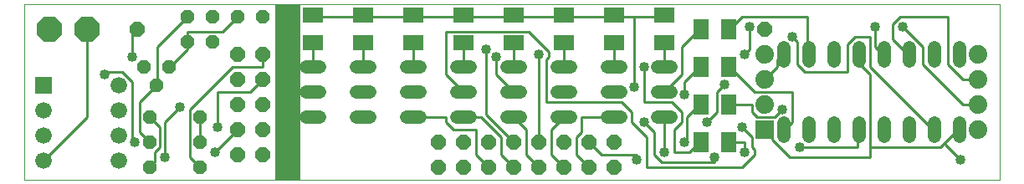
<source format=gtl>
G75*
%MOIN*%
%OFA0B0*%
%FSLAX24Y24*%
%IPPOS*%
%LPD*%
%AMOC8*
5,1,8,0,0,1.08239X$1,22.5*
%
%ADD10C,0.0000*%
%ADD11R,0.1000X0.7000*%
%ADD12R,0.0660X0.0660*%
%ADD13C,0.0660*%
%ADD14OC8,0.0520*%
%ADD15OC8,0.1000*%
%ADD16OC8,0.0600*%
%ADD17C,0.0740*%
%ADD18R,0.0740X0.0740*%
%ADD19C,0.0520*%
%ADD20R,0.0630X0.0787*%
%ADD21R,0.0787X0.0630*%
%ADD22C,0.0100*%
%ADD23C,0.0400*%
D10*
X000100Y000130D02*
X000100Y007126D01*
X038970Y007126D01*
X038970Y000130D01*
X000100Y000130D01*
D11*
X010600Y003630D03*
D12*
X000850Y003880D03*
D13*
X003850Y003880D03*
X003850Y002880D03*
X000850Y002880D03*
X000850Y001880D03*
X003850Y001880D03*
X003850Y000880D03*
X000850Y000880D03*
D14*
X005100Y000630D03*
X007100Y000630D03*
X007100Y001630D03*
X005100Y001630D03*
X005100Y002630D03*
X007100Y002630D03*
X005350Y003880D03*
X004850Y004630D03*
X005850Y004630D03*
X006600Y005630D03*
X007600Y005630D03*
X007600Y006630D03*
X006600Y006630D03*
X008600Y006630D03*
X009600Y006630D03*
D15*
X002600Y006130D03*
X001100Y006130D03*
D16*
X004600Y006130D03*
X008600Y005130D03*
X009600Y005130D03*
X009600Y004130D03*
X008600Y004130D03*
X008600Y003130D03*
X009600Y003130D03*
X009600Y002130D03*
X008600Y002130D03*
X008600Y001130D03*
X009600Y001130D03*
X016600Y000630D03*
X017600Y000630D03*
X018600Y000630D03*
X019600Y000630D03*
X020600Y000630D03*
X021600Y000630D03*
X022600Y000630D03*
X023600Y000630D03*
X023600Y001630D03*
X022600Y001630D03*
X021600Y001630D03*
X020600Y001630D03*
X019600Y001630D03*
X018600Y001630D03*
X017600Y001630D03*
X016600Y001630D03*
X029600Y006130D03*
D17*
X029600Y005130D03*
X029600Y004130D03*
X029600Y003130D03*
X038100Y003130D03*
X038100Y002130D03*
X038100Y004130D03*
X038100Y005130D03*
D18*
X029600Y002130D03*
D19*
X030350Y001870D02*
X030350Y002390D01*
X031350Y002390D02*
X031350Y001870D01*
X032350Y001870D02*
X032350Y002390D01*
X033350Y002390D02*
X033350Y001870D01*
X034350Y001870D02*
X034350Y002390D01*
X035350Y002390D02*
X035350Y001870D01*
X036350Y001870D02*
X036350Y002390D01*
X037350Y002390D02*
X037350Y001870D01*
X025860Y002630D02*
X025340Y002630D01*
X023860Y002630D02*
X023340Y002630D01*
X021860Y002630D02*
X021340Y002630D01*
X019860Y002630D02*
X019340Y002630D01*
X017860Y002630D02*
X017340Y002630D01*
X015860Y002630D02*
X015340Y002630D01*
X013860Y002630D02*
X013340Y002630D01*
X011860Y002630D02*
X011340Y002630D01*
X011340Y003630D02*
X011860Y003630D01*
X013340Y003630D02*
X013860Y003630D01*
X015340Y003630D02*
X015860Y003630D01*
X017340Y003630D02*
X017860Y003630D01*
X019340Y003630D02*
X019860Y003630D01*
X021340Y003630D02*
X021860Y003630D01*
X023340Y003630D02*
X023860Y003630D01*
X025340Y003630D02*
X025860Y003630D01*
X025860Y004630D02*
X025340Y004630D01*
X023860Y004630D02*
X023340Y004630D01*
X021860Y004630D02*
X021340Y004630D01*
X019860Y004630D02*
X019340Y004630D01*
X017860Y004630D02*
X017340Y004630D01*
X015860Y004630D02*
X015340Y004630D01*
X013860Y004630D02*
X013340Y004630D01*
X011860Y004630D02*
X011340Y004630D01*
X030350Y004870D02*
X030350Y005390D01*
X031350Y005390D02*
X031350Y004870D01*
X032350Y004870D02*
X032350Y005390D01*
X033350Y005390D02*
X033350Y004870D01*
X034350Y004870D02*
X034350Y005390D01*
X035350Y005390D02*
X035350Y004870D01*
X036350Y004870D02*
X036350Y005390D01*
X037350Y005390D02*
X037350Y004870D01*
D20*
X028151Y004630D03*
X027049Y004630D03*
X027049Y006130D03*
X028151Y006130D03*
X028151Y003130D03*
X027049Y003130D03*
X027049Y001630D03*
X028151Y001630D03*
D21*
X025600Y005579D03*
X023600Y005579D03*
X021600Y005579D03*
X019600Y005579D03*
X017600Y005579D03*
X015600Y005579D03*
X013600Y005579D03*
X011600Y005579D03*
X011600Y006681D03*
X013600Y006681D03*
X015600Y006681D03*
X017600Y006681D03*
X019600Y006681D03*
X021600Y006681D03*
X023600Y006681D03*
X025600Y006681D03*
D22*
X025600Y006630D01*
X024400Y006630D01*
X024400Y003830D01*
X025600Y003630D02*
X026300Y004330D01*
X026300Y005430D01*
X027000Y006130D01*
X027049Y006130D01*
X028151Y006130D02*
X028200Y006130D01*
X028700Y006630D01*
X031300Y006630D01*
X031300Y005130D01*
X031350Y005130D01*
X030350Y005130D02*
X030300Y005130D01*
X030100Y004930D01*
X030100Y004630D01*
X029600Y004130D01*
X030900Y004730D02*
X031200Y004430D01*
X032900Y004430D01*
X032900Y005530D01*
X033200Y005830D01*
X033800Y005830D01*
X033800Y004630D01*
X036300Y002130D01*
X036350Y002130D01*
X036800Y001630D02*
X037300Y002130D01*
X037350Y002130D01*
X036800Y001630D02*
X036800Y001530D01*
X037400Y000930D01*
X036800Y001630D02*
X036600Y001430D01*
X033800Y001430D01*
X033800Y001030D01*
X030600Y001030D01*
X029900Y001730D01*
X029900Y001830D01*
X029600Y002130D01*
X029100Y001830D02*
X028700Y002230D01*
X027700Y002830D02*
X027300Y002430D01*
X027000Y003130D02*
X026500Y002630D01*
X026500Y001730D01*
X026400Y001630D01*
X026600Y001230D02*
X027000Y001630D01*
X027049Y001630D01*
X028151Y001630D02*
X028800Y001630D01*
X028800Y001230D01*
X029100Y001430D02*
X029200Y001330D01*
X029200Y001130D01*
X028700Y000630D01*
X024900Y000630D01*
X024900Y001830D01*
X024300Y002430D01*
X024300Y002830D01*
X023900Y003230D01*
X020900Y003230D01*
X020900Y004930D01*
X021000Y005030D01*
X021000Y005230D01*
X020200Y006030D01*
X016900Y006030D01*
X016900Y004330D01*
X017600Y003630D01*
X018900Y004330D02*
X019600Y003630D01*
X018900Y004330D02*
X018900Y005030D01*
X018500Y005330D02*
X018500Y002730D01*
X019600Y001630D01*
X020600Y001630D02*
X020600Y005130D01*
X019600Y005579D02*
X019600Y004630D01*
X017600Y004630D02*
X017600Y005579D01*
X015600Y005579D02*
X015600Y004630D01*
X013600Y004630D02*
X013600Y005579D01*
X011600Y005579D02*
X011600Y004630D01*
X009600Y004630D02*
X009600Y005130D01*
X009600Y004630D02*
X008400Y004630D01*
X006700Y002930D01*
X006700Y001030D01*
X007100Y000630D01*
X005700Y001030D02*
X005700Y002430D01*
X006300Y003030D01*
X005350Y003880D02*
X004700Y003230D01*
X004700Y002030D01*
X005100Y001630D01*
X004500Y001630D02*
X004400Y001730D01*
X004400Y004030D01*
X004000Y004430D01*
X003300Y004430D01*
X003300Y004330D01*
X005350Y003880D02*
X005400Y003930D01*
X005400Y005430D01*
X006600Y006630D01*
X008000Y006030D02*
X008600Y006630D01*
X011600Y006630D02*
X011600Y006681D01*
X011600Y006630D02*
X013600Y006630D01*
X013600Y006681D01*
X013600Y006630D02*
X015600Y006630D01*
X015600Y006681D01*
X015600Y006630D02*
X017600Y006630D01*
X017600Y006681D01*
X017600Y006630D02*
X019600Y006630D01*
X019600Y006681D01*
X019600Y006630D02*
X021600Y006630D01*
X021600Y006681D01*
X021600Y006630D02*
X023600Y006630D01*
X023600Y006681D01*
X023600Y006630D02*
X024400Y006630D01*
X029000Y006230D02*
X029000Y005330D01*
X028800Y005130D01*
X028200Y004630D02*
X028151Y004630D01*
X028200Y004630D02*
X029200Y003630D01*
X030700Y003630D01*
X030700Y002430D01*
X030400Y002130D01*
X030350Y002130D01*
X029100Y001830D02*
X029100Y001430D01*
X027600Y001030D02*
X027600Y000830D01*
X025500Y000830D01*
X025200Y001130D01*
X025200Y002030D01*
X024800Y002430D01*
X025600Y002630D02*
X025600Y001230D01*
X026000Y001230D02*
X026000Y002130D01*
X026300Y002430D01*
X026300Y002830D01*
X025900Y003230D01*
X024800Y003230D01*
X024800Y004630D01*
X025600Y004630D02*
X025600Y005579D01*
X023600Y005579D02*
X023600Y004630D01*
X021600Y004630D02*
X021600Y005579D01*
X026400Y004030D02*
X027000Y004630D01*
X027049Y004630D01*
X026400Y004030D02*
X026400Y003530D01*
X027700Y003630D02*
X028000Y003930D01*
X027700Y003630D02*
X027700Y002830D01*
X028151Y003130D02*
X029100Y003130D01*
X029100Y002830D01*
X029300Y002630D01*
X030000Y002630D01*
X030300Y002930D01*
X027049Y003130D02*
X027000Y003130D01*
X023600Y002630D02*
X022300Y002630D01*
X022300Y002030D01*
X022100Y001830D01*
X022100Y001130D01*
X022600Y000630D01*
X021600Y000630D02*
X021100Y001130D01*
X021100Y002130D01*
X021600Y002630D01*
X020100Y002130D02*
X019600Y002630D01*
X019100Y001830D02*
X018300Y002630D01*
X017600Y002630D01*
X017200Y002130D02*
X016900Y002430D01*
X016900Y002630D01*
X015600Y002630D01*
X017200Y002130D02*
X018100Y002130D01*
X018100Y001130D01*
X018600Y000630D01*
X019100Y001130D02*
X019600Y000630D01*
X020100Y001130D02*
X020600Y000630D01*
X020100Y001130D02*
X020100Y002130D01*
X019100Y001830D02*
X019100Y001130D01*
X022600Y001630D02*
X023100Y001130D01*
X024500Y001130D01*
X024500Y000930D01*
X026000Y001230D02*
X026600Y001230D01*
X031000Y001430D02*
X033300Y001430D01*
X033300Y002130D01*
X033350Y002130D01*
X033800Y001430D02*
X033800Y004330D01*
X033400Y004730D01*
X033400Y005130D01*
X033350Y005130D01*
X034000Y005430D02*
X034300Y005130D01*
X034350Y005130D01*
X034700Y005730D02*
X035300Y005130D01*
X035350Y005130D01*
X035900Y005430D02*
X035900Y004730D01*
X037500Y003130D01*
X038100Y003130D01*
X038100Y004130D02*
X037500Y004130D01*
X036900Y004730D01*
X036900Y006630D01*
X035000Y006630D01*
X034700Y006330D01*
X034700Y005730D01*
X035100Y006230D02*
X035900Y005430D01*
X034000Y005430D02*
X034000Y006230D01*
X030900Y005630D02*
X030900Y004730D01*
X030900Y005630D02*
X030700Y005830D01*
X009600Y004130D02*
X009100Y003630D01*
X007800Y003630D01*
X007800Y002230D01*
X008600Y002130D02*
X007700Y001230D01*
X007100Y001630D02*
X007100Y002630D01*
X005500Y002230D02*
X005100Y002630D01*
X005500Y002230D02*
X005500Y001430D01*
X005300Y001230D01*
X005300Y000830D01*
X005100Y000630D01*
X002600Y002630D02*
X000850Y000880D01*
X002600Y002630D02*
X002600Y006130D01*
X004400Y005930D02*
X004400Y005030D01*
X005850Y004630D02*
X005900Y004630D01*
X006600Y005330D01*
X006600Y005630D01*
X006600Y006030D01*
X008000Y006030D01*
X004600Y006130D02*
X004400Y005930D01*
D23*
X004400Y005030D03*
X003300Y004330D03*
X006300Y003030D03*
X007800Y002230D03*
X004500Y001630D03*
X005700Y001030D03*
X007700Y001230D03*
X024500Y000930D03*
X025600Y001230D03*
X026400Y001630D03*
X028800Y001230D03*
X027600Y001030D03*
X031000Y001430D03*
X028700Y002230D03*
X027300Y002430D03*
X024800Y002430D03*
X026400Y003530D03*
X028000Y003930D03*
X024400Y003830D03*
X024800Y004630D03*
X028800Y005130D03*
X030700Y005830D03*
X029000Y006230D03*
X034000Y006230D03*
X035100Y006230D03*
X020600Y005130D03*
X018900Y005030D03*
X018500Y005330D03*
X030300Y002930D03*
X037400Y000930D03*
M02*

</source>
